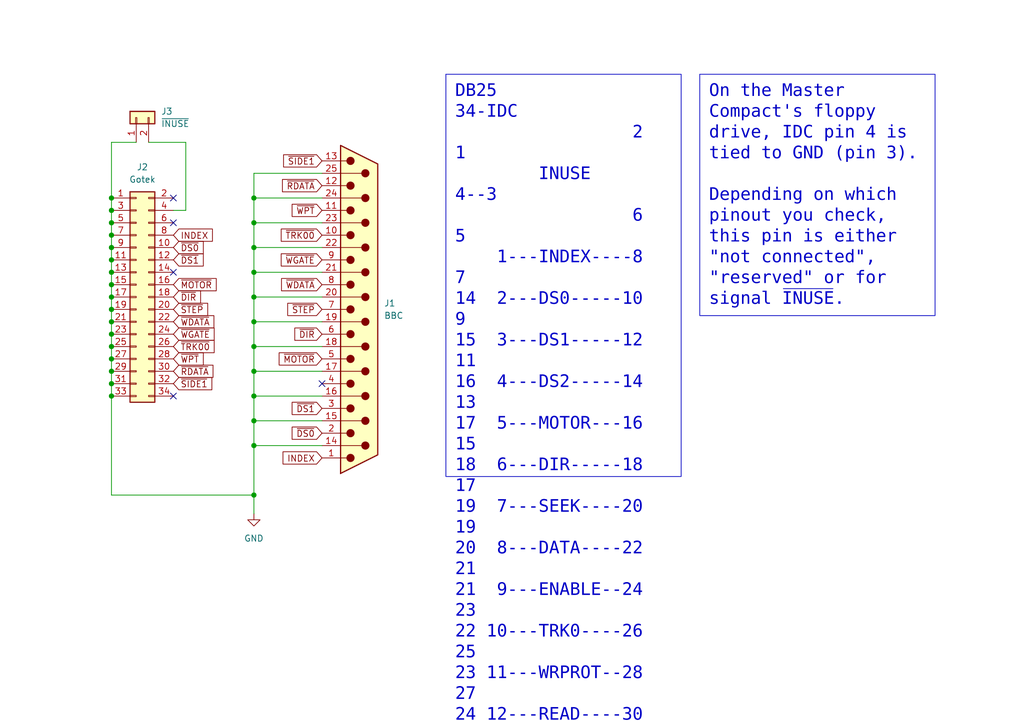
<source format=kicad_sch>
(kicad_sch (version 20231120) (generator "eeschema") (generator_version "8.0")
  (paper "A5")
  (title_block (title "BBC Master Compact Floppy Adaptor") (date "17-Nov-2024") (rev "1.1-0") (company "Brett Hallen") (comment 1 "WWW.YOUTUBE.COM/@BRFFF"))
  (lib_symbols
    (symbol "Connector:DB25_Plug" (pin_names (offset 1.016) hide)
      (property "Reference" "J" (at 0 34.29 0))
      (property "Value" "DB25_Plug" (at 0 -34.925 0))
      (symbol "DB25_Plug_0_1"
        (circle (center -1.778 -30.48) (radius 0.762) (fill (type outline)))
        (circle (center -1.778 -25.4) (radius 0.762) (fill (type outline)))
        (circle (center -1.778 -20.32) (radius 0.762) (fill (type outline)))
        (circle (center -1.778 -15.24) (radius 0.762) (fill (type outline)))
        (circle (center -1.778 -10.16) (radius 0.762) (fill (type outline)))
        (circle (center -1.778 -5.08) (radius 0.762) (fill (type outline)))
        (circle (center -1.778 0) (radius 0.762) (fill (type outline)))
        (circle (center -1.778 5.08) (radius 0.762) (fill (type outline)))
        (circle (center -1.778 10.16) (radius 0.762) (fill (type outline)))
        (circle (center -1.778 15.24) (radius 0.762) (fill (type outline)))
        (circle (center -1.778 20.32) (radius 0.762) (fill (type outline)))
        (circle (center -1.778 25.4) (radius 0.762) (fill (type outline)))
        (circle (center -1.778 30.48) (radius 0.762) (fill (type outline)))
        (polyline (pts (xy -3.81 -30.48) (xy -2.54 -30.48)))
        (polyline (pts (xy -3.81 -27.94) (xy 0.508 -27.94)))
        (polyline (pts (xy -3.81 -25.4) (xy -2.54 -25.4)))
        (polyline (pts (xy -3.81 -22.86) (xy 0.508 -22.86)))
        (polyline (pts (xy -3.81 -20.32) (xy -2.54 -20.32)))
        (polyline (pts (xy -3.81 -17.78) (xy 0.508 -17.78)))
        (polyline (pts (xy -3.81 -15.24) (xy -2.54 -15.24)))
        (polyline (pts (xy -3.81 -12.7) (xy 0.508 -12.7)))
        (polyline (pts (xy -3.81 -10.16) (xy -2.54 -10.16)))
        (polyline (pts (xy -3.81 -7.62) (xy 0.508 -7.62)))
        (polyline (pts (xy -3.81 -5.08) (xy -2.54 -5.08)))
        (polyline (pts (xy -3.81 -2.54) (xy 0.508 -2.54)))
        (polyline (pts (xy -3.81 0) (xy -2.54 0)))
        (polyline (pts (xy -3.81 2.54) (xy 0.508 2.54)))
        (polyline (pts (xy -3.81 5.08) (xy -2.54 5.08)))
        (polyline (pts (xy -3.81 7.62) (xy 0.508 7.62)))
        (polyline (pts (xy -3.81 10.16) (xy -2.54 10.16)))
        (polyline (pts (xy -3.81 12.7) (xy 0.508 12.7)))
        (polyline (pts (xy -3.81 15.24) (xy -2.54 15.24)))
        (polyline (pts (xy -3.81 17.78) (xy 0.508 17.78)))
        (polyline (pts (xy -3.81 20.32) (xy -2.54 20.32)))
        (polyline (pts (xy -3.81 22.86) (xy 0.508 22.86)))
        (polyline (pts (xy -3.81 25.4) (xy -2.54 25.4)))
        (polyline (pts (xy -3.81 27.94) (xy 0.508 27.94)))
        (polyline (pts (xy -3.81 30.48) (xy -2.54 30.48)))
        (polyline (pts (xy -3.81 -33.655) (xy 3.81 -29.845) (xy 3.81 29.845) (xy -3.81 33.655) (xy -3.81 -33.655)) (stroke (width 0.254)) (fill (type background)))
        (circle (center 1.27 -27.94) (radius 0.762) (fill (type outline)))
        (circle (center 1.27 -22.86) (radius 0.762) (fill (type outline)))
        (circle (center 1.27 -17.78) (radius 0.762) (fill (type outline)))
        (circle (center 1.27 -12.7) (radius 0.762) (fill (type outline)))
        (circle (center 1.27 -7.62) (radius 0.762) (fill (type outline)))
        (circle (center 1.27 -2.54) (radius 0.762) (fill (type outline)))
        (circle (center 1.27 2.54) (radius 0.762) (fill (type outline)))
        (circle (center 1.27 7.62) (radius 0.762) (fill (type outline)))
        (circle (center 1.27 12.7) (radius 0.762) (fill (type outline)))
        (circle (center 1.27 17.78) (radius 0.762) (fill (type outline)))
        (circle (center 1.27 22.86) (radius 0.762) (fill (type outline)))
        (circle (center 1.27 27.94) (radius 0.762) (fill (type outline)))
      )
      (symbol "DB25_Plug_1_1"
        (pin passive line (at -7.62 -30.48 0) (length 3.81) (name "1") (number "1"))
        (pin passive line (at -7.62 15.24 0) (length 3.81) (name "10") (number "10"))
        (pin passive line (at -7.62 20.32 0) (length 3.81) (name "11") (number "11"))
        (pin passive line (at -7.62 25.4 0) (length 3.81) (name "12") (number "12"))
        (pin passive line (at -7.62 30.48 0) (length 3.81) (name "13") (number "13"))
        (pin passive line (at -7.62 -27.94 0) (length 3.81) (name "P14") (number "14"))
        (pin passive line (at -7.62 -22.86 0) (length 3.81) (name "P15") (number "15"))
        (pin passive line (at -7.62 -17.78 0) (length 3.81) (name "P16") (number "16"))
        (pin passive line (at -7.62 -12.7 0) (length 3.81) (name "P17") (number "17"))
        (pin passive line (at -7.62 -7.62 0) (length 3.81) (name "P18") (number "18"))
        (pin passive line (at -7.62 -2.54 0) (length 3.81) (name "P19") (number "19"))
        (pin passive line (at -7.62 -25.4 0) (length 3.81) (name "2") (number "2"))
        (pin passive line (at -7.62 2.54 0) (length 3.81) (name "P20") (number "20"))
        (pin passive line (at -7.62 7.62 0) (length 3.81) (name "P21") (number "21"))
        (pin passive line (at -7.62 12.7 0) (length 3.81) (name "P22") (number "22"))
        (pin passive line (at -7.62 17.78 0) (length 3.81) (name "P23") (number "23"))
        (pin passive line (at -7.62 22.86 0) (length 3.81) (name "P24") (number "24"))
        (pin passive line (at -7.62 27.94 0) (length 3.81) (name "P25") (number "25"))
        (pin passive line (at -7.62 -20.32 0) (length 3.81) (name "3") (number "3"))
        (pin passive line (at -7.62 -15.24 0) (length 3.81) (name "4") (number "4"))
        (pin passive line (at -7.62 -10.16 0) (length 3.81) (name "5") (number "5"))
        (pin passive line (at -7.62 -5.08 0) (length 3.81) (name "6") (number "6"))
        (pin passive line (at -7.62 0 0) (length 3.81) (name "7") (number "7"))
        (pin passive line (at -7.62 5.08 0) (length 3.81) (name "8") (number "8"))
        (pin passive line (at -7.62 10.16 0) (length 3.81) (name "9") (number "9"))
      )
    )
    (symbol "Connector_Generic:Conn_01x02" (pin_names (offset 1.016) hide)
      (property "Reference" "J" (at 0 2.54 0))
      (property "Value" "Conn_01x02" (at 0 -5.08 0))
      (symbol "Conn_01x02_1_1"
        (rectangle (start -1.27 -2.413) (end 0 -2.667) (stroke (width 0.1524)))
        (rectangle (start -1.27 0.127) (end 0 -0.127) (stroke (width 0.1524)))
        (rectangle (start -1.27 1.27) (end 1.27 -3.81) (stroke (width 0.254)) (fill (type background)))
        (pin passive line (at -5.08 0 0) (length 3.81) (name "Pin_1") (number "1"))
        (pin passive line (at -5.08 -2.54 0) (length 3.81) (name "Pin_2") (number "2"))
      )
    )
    (symbol "Connector_Generic:Conn_02x17_Odd_Even" (pin_names (offset 1.016) hide)
      (property "Reference" "J" (at 1.27 22.86 0))
      (property "Value" "Conn_02x17_Odd_Even" (at 1.27 -22.86 0))
      (symbol "Conn_02x17_Odd_Even_1_1"
        (rectangle (start -1.27 -20.193) (end 0 -20.447) (stroke (width 0.1524)))
        (rectangle (start -1.27 -17.653) (end 0 -17.907) (stroke (width 0.1524)))
        (rectangle (start -1.27 -15.113) (end 0 -15.367) (stroke (width 0.1524)))
        (rectangle (start -1.27 -12.573) (end 0 -12.827) (stroke (width 0.1524)))
        (rectangle (start -1.27 -10.033) (end 0 -10.287) (stroke (width 0.1524)))
        (rectangle (start -1.27 -7.493) (end 0 -7.747) (stroke (width 0.1524)))
        (rectangle (start -1.27 -4.953) (end 0 -5.207) (stroke (width 0.1524)))
        (rectangle (start -1.27 -2.413) (end 0 -2.667) (stroke (width 0.1524)))
        (rectangle (start -1.27 0.127) (end 0 -0.127) (stroke (width 0.1524)))
        (rectangle (start -1.27 2.667) (end 0 2.413) (stroke (width 0.1524)))
        (rectangle (start -1.27 5.207) (end 0 4.953) (stroke (width 0.1524)))
        (rectangle (start -1.27 7.747) (end 0 7.493) (stroke (width 0.1524)))
        (rectangle (start -1.27 10.287) (end 0 10.033) (stroke (width 0.1524)))
        (rectangle (start -1.27 12.827) (end 0 12.573) (stroke (width 0.1524)))
        (rectangle (start -1.27 15.367) (end 0 15.113) (stroke (width 0.1524)))
        (rectangle (start -1.27 17.907) (end 0 17.653) (stroke (width 0.1524)))
        (rectangle (start -1.27 20.447) (end 0 20.193) (stroke (width 0.1524)))
        (rectangle (start -1.27 21.59) (end 3.81 -21.59) (stroke (width 0.254)) (fill (type background)))
        (rectangle (start 3.81 -20.193) (end 2.54 -20.447) (stroke (width 0.1524)))
        (rectangle (start 3.81 -17.653) (end 2.54 -17.907) (stroke (width 0.1524)))
        (rectangle (start 3.81 -15.113) (end 2.54 -15.367) (stroke (width 0.1524)))
        (rectangle (start 3.81 -12.573) (end 2.54 -12.827) (stroke (width 0.1524)))
        (rectangle (start 3.81 -10.033) (end 2.54 -10.287) (stroke (width 0.1524)))
        (rectangle (start 3.81 -7.493) (end 2.54 -7.747) (stroke (width 0.1524)))
        (rectangle (start 3.81 -4.953) (end 2.54 -5.207) (stroke (width 0.1524)))
        (rectangle (start 3.81 -2.413) (end 2.54 -2.667) (stroke (width 0.1524)))
        (rectangle (start 3.81 0.127) (end 2.54 -0.127) (stroke (width 0.1524)))
        (rectangle (start 3.81 2.667) (end 2.54 2.413) (stroke (width 0.1524)))
        (rectangle (start 3.81 5.207) (end 2.54 4.953) (stroke (width 0.1524)))
        (rectangle (start 3.81 7.747) (end 2.54 7.493) (stroke (width 0.1524)))
        (rectangle (start 3.81 10.287) (end 2.54 10.033) (stroke (width 0.1524)))
        (rectangle (start 3.81 12.827) (end 2.54 12.573) (stroke (width 0.1524)))
        (rectangle (start 3.81 15.367) (end 2.54 15.113) (stroke (width 0.1524)))
        (rectangle (start 3.81 17.907) (end 2.54 17.653) (stroke (width 0.1524)))
        (rectangle (start 3.81 20.447) (end 2.54 20.193) (stroke (width 0.1524)))
        (pin passive line (at -5.08 20.32 0) (length 3.81) (name "Pin_1") (number "1"))
        (pin passive line (at 7.62 10.16 180) (length 3.81) (name "Pin_10") (number "10"))
        (pin passive line (at -5.08 7.62 0) (length 3.81) (name "Pin_11") (number "11"))
        (pin passive line (at 7.62 7.62 180) (length 3.81) (name "Pin_12") (number "12"))
        (pin passive line (at -5.08 5.08 0) (length 3.81) (name "Pin_13") (number "13"))
        (pin passive line (at 7.62 5.08 180) (length 3.81) (name "Pin_14") (number "14"))
        (pin passive line (at -5.08 2.54 0) (length 3.81) (name "Pin_15") (number "15"))
        (pin passive line (at 7.62 2.54 180) (length 3.81) (name "Pin_16") (number "16"))
        (pin passive line (at -5.08 0 0) (length 3.81) (name "Pin_17") (number "17"))
        (pin passive line (at 7.62 0 180) (length 3.81) (name "Pin_18") (number "18"))
        (pin passive line (at -5.08 -2.54 0) (length 3.81) (name "Pin_19") (number "19"))
        (pin passive line (at 7.62 20.32 180) (length 3.81) (name "Pin_2") (number "2"))
        (pin passive line (at 7.62 -2.54 180) (length 3.81) (name "Pin_20") (number "20"))
        (pin passive line (at -5.08 -5.08 0) (length 3.81) (name "Pin_21") (number "21"))
        (pin passive line (at 7.62 -5.08 180) (length 3.81) (name "Pin_22") (number "22"))
        (pin passive line (at -5.08 -7.62 0) (length 3.81) (name "Pin_23") (number "23"))
        (pin passive line (at 7.62 -7.62 180) (length 3.81) (name "Pin_24") (number "24"))
        (pin passive line (at -5.08 -10.16 0) (length 3.81) (name "Pin_25") (number "25"))
        (pin passive line (at 7.62 -10.16 180) (length 3.81) (name "Pin_26") (number "26"))
        (pin passive line (at -5.08 -12.7 0) (length 3.81) (name "Pin_27") (number "27"))
        (pin passive line (at 7.62 -12.7 180) (length 3.81) (name "Pin_28") (number "28"))
        (pin passive line (at -5.08 -15.24 0) (length 3.81) (name "Pin_29") (number "29"))
        (pin passive line (at -5.08 17.78 0) (length 3.81) (name "Pin_3") (number "3"))
        (pin passive line (at 7.62 -15.24 180) (length 3.81) (name "Pin_30") (number "30"))
        (pin passive line (at -5.08 -17.78 0) (length 3.81) (name "Pin_31") (number "31"))
        (pin passive line (at 7.62 -17.78 180) (length 3.81) (name "Pin_32") (number "32"))
        (pin passive line (at -5.08 -20.32 0) (length 3.81) (name "Pin_33") (number "33"))
        (pin passive line (at 7.62 -20.32 180) (length 3.81) (name "Pin_34") (number "34"))
        (pin passive line (at 7.62 17.78 180) (length 3.81) (name "Pin_4") (number "4"))
        (pin passive line (at -5.08 15.24 0) (length 3.81) (name "Pin_5") (number "5"))
        (pin passive line (at 7.62 15.24 180) (length 3.81) (name "Pin_6") (number "6"))
        (pin passive line (at -5.08 12.7 0) (length 3.81) (name "Pin_7") (number "7"))
        (pin passive line (at 7.62 12.7 180) (length 3.81) (name "Pin_8") (number "8"))
        (pin passive line (at -5.08 10.16 0) (length 3.81) (name "Pin_9") (number "9"))
      )
    )
    (symbol "power:GND" (power) (pin_names (offset 0))
      (property "Value" "GND" (at 0 -3.81 0))
      (symbol "GND_0_1"
        (polyline (pts (xy 0 0) (xy 0 -1.27) (xy 1.27 -1.27) (xy 0 -2.54) (xy -1.27 -1.27) (xy 0 -1.27)))
      )
      (symbol "GND_1_1"
        (pin power_in line (at 0 0 270) (length 0) hide (name "GND") (number "1"))
      )
    )
  )
  (junction (at 52.07 91.44))
  (junction (at 22.86 58.42))
  (junction (at 52.07 55.88))
  (junction (at 22.86 45.72))
  (junction (at 52.07 81.28))
  (junction (at 52.07 66.04))
  (junction (at 52.07 45.72))
  (junction (at 52.07 40.64))
  (junction (at 22.86 63.5))
  (junction (at 22.86 73.66))
  (junction (at 22.86 71.12))
  (junction (at 22.86 60.96))
  (junction (at 22.86 66.04))
  (junction (at 52.07 60.96))
  (junction (at 22.86 81.28))
  (junction (at 52.07 86.36))
  (junction (at 22.86 55.88))
  (junction (at 22.86 53.34))
  (junction (at 22.86 78.74))
  (junction (at 22.86 76.2))
  (junction (at 22.86 50.8))
  (junction (at 22.86 43.18))
  (junction (at 52.07 71.12))
  (junction (at 52.07 76.2))
  (junction (at 52.07 101.6))
  (junction (at 22.86 68.58))
  (junction (at 52.07 50.8))
  (junction (at 22.86 40.64))
  (junction (at 22.86 48.26))
  (no_connect (at 35.56 40.64))
  (no_connect (at 35.56 81.28))
  (no_connect (at 35.56 45.72))
  (no_connect (at 35.56 55.88))
  (no_connect (at 66.04 78.74))
  (wire (pts (xy 22.86 76.2) (xy 22.86 78.74)))
  (wire (pts (xy 22.86 60.96) (xy 22.86 63.5)))
  (wire (pts (xy 52.07 45.72) (xy 52.07 50.8)))
  (wire (pts (xy 52.07 71.12) (xy 66.04 71.12)))
  (wire (pts (xy 52.07 91.44) (xy 52.07 101.6)))
  (wire (pts (xy 22.86 73.66) (xy 22.86 76.2)))
  (wire (pts (xy 22.86 48.26) (xy 22.86 50.8)))
  (wire (pts (xy 66.04 35.56) (xy 52.07 35.56)))
  (wire (pts (xy 52.07 86.36) (xy 52.07 91.44)))
  (wire (pts (xy 52.07 50.8) (xy 52.07 55.88)))
  (wire (pts (xy 22.86 66.04) (xy 22.86 68.58)))
  (wire (pts (xy 52.07 91.44) (xy 66.04 91.44)))
  (wire (pts (xy 52.07 60.96) (xy 52.07 66.04)))
  (wire (pts (xy 52.07 81.28) (xy 52.07 86.36)))
  (wire (pts (xy 52.07 40.64) (xy 52.07 45.72)))
  (wire (pts (xy 52.07 55.88) (xy 66.04 55.88)))
  (wire (pts (xy 22.86 53.34) (xy 22.86 55.88)))
  (wire (pts (xy 52.07 76.2) (xy 66.04 76.2)))
  (wire (pts (xy 52.07 66.04) (xy 66.04 66.04)))
  (wire (pts (xy 27.94 29.21) (xy 22.86 29.21)))
  (wire (pts (xy 38.1 29.21) (xy 30.48 29.21)))
  (wire (pts (xy 52.07 66.04) (xy 52.07 71.12)))
  (wire (pts (xy 52.07 35.56) (xy 52.07 40.64)))
  (wire (pts (xy 22.86 40.64) (xy 22.86 43.18)))
  (wire (pts (xy 52.07 71.12) (xy 52.07 76.2)))
  (wire (pts (xy 52.07 40.64) (xy 66.04 40.64)))
  (wire (pts (xy 52.07 50.8) (xy 66.04 50.8)))
  (wire (pts (xy 52.07 55.88) (xy 52.07 60.96)))
  (wire (pts (xy 52.07 81.28) (xy 66.04 81.28)))
  (wire (pts (xy 22.86 43.18) (xy 22.86 45.72)))
  (wire (pts (xy 22.86 101.6) (xy 52.07 101.6)))
  (wire (pts (xy 52.07 86.36) (xy 66.04 86.36)))
  (wire (pts (xy 22.86 45.72) (xy 22.86 48.26)))
  (wire (pts (xy 22.86 55.88) (xy 22.86 58.42)))
  (wire (pts (xy 52.07 76.2) (xy 52.07 81.28)))
  (wire (pts (xy 22.86 63.5) (xy 22.86 66.04)))
  (wire (pts (xy 22.86 81.28) (xy 22.86 101.6)))
  (wire (pts (xy 22.86 68.58) (xy 22.86 71.12)))
  (wire (pts (xy 52.07 101.6) (xy 52.07 105.41)))
  (wire (pts (xy 35.56 43.18) (xy 38.1 43.18)))
  (wire (pts (xy 22.86 71.12) (xy 22.86 73.66)))
  (wire (pts (xy 38.1 43.18) (xy 38.1 29.21)))
  (wire (pts (xy 52.07 45.72) (xy 66.04 45.72)))
  (wire (pts (xy 22.86 50.8) (xy 22.86 53.34)))
  (wire (pts (xy 22.86 29.21) (xy 22.86 40.64)))
  (wire (pts (xy 52.07 60.96) (xy 66.04 60.96)))
  (wire (pts (xy 22.86 58.42) (xy 22.86 60.96)))
  (wire (pts (xy 22.86 78.74) (xy 22.86 81.28)))
  (text_box "On the Master Compact's floppy drive, IDC pin 4 is tied to GND (pin 3). \n\nDepending on which pinout you check, this pin is either \"not connected\", \"reserved\" or for signal ~{INUSE}." (at 143.51 15.24 0) (size 48.26 49.53) (effects (font (size 2.54 2.54)) (justify left top)))
  (text_box "DB25            34-IDC\n                 2  1\n        INUSE    4--3\n                 6  5\n    1---INDEX----8  7\n14  2---DS0-----10  9\n15  3---DS1-----12 11\n16  4---DS2-----14 13\n17  5---MOTOR---16 15\n18  6---DIR-----18 17\n19  7---SEEK----20 19\n20  8---DATA----22 21\n21  9---ENABLE--24 23\n22 10---TRK0----26 25\n23 11---WRPROT--28 27\n24 12---READ----30 29\n25 13---SIDE----32 31\n                34 33" (at 91.44 15.24 0) (size 48.26 82.55) (effects (font (size 2.54 2.54)) (justify left top)))
  (global_label "~{MOTOR}" (shape input) (at 66.04 73.66 180) (property "Intersheetrefs" "${INTERSHEET_REFS}" (effects (hide yes))))
  (global_label "~{WDATA}" (shape input) (at 66.04 58.42 180) (property "Intersheetrefs" "${INTERSHEET_REFS}" (effects (hide yes))))
  (global_label "~{TRK00}" (shape input) (at 35.56 71.12 0) (property "Intersheetrefs" "${INTERSHEET_REFS}" (effects (hide yes))))
  (global_label "~{SIDE1}" (shape input) (at 66.04 33.02 180) (property "Intersheetrefs" "${INTERSHEET_REFS}" (effects (hide yes))))
  (global_label "~{RDATA}" (shape input) (at 35.56 76.2 0) (property "Intersheetrefs" "${INTERSHEET_REFS}" (effects (hide yes))))
  (global_label "INDEX" (shape input) (at 35.56 48.26 0) (property "Intersheetrefs" "${INTERSHEET_REFS}" (effects (hide yes))))
  (global_label "~{STEP}" (shape input) (at 35.56 63.5 0) (property "Intersheetrefs" "${INTERSHEET_REFS}" (effects (hide yes))))
  (global_label "~{WDATA}" (shape input) (at 35.56 66.04 0) (property "Intersheetrefs" "${INTERSHEET_REFS}" (effects (hide yes))))
  (global_label "~{DIR}" (shape input) (at 35.56 60.96 0) (property "Intersheetrefs" "${INTERSHEET_REFS}" (effects (hide yes))))
  (global_label "~{WGATE}" (shape input) (at 66.04 53.34 180) (property "Intersheetrefs" "${INTERSHEET_REFS}" (effects (hide yes))))
  (global_label "~{SIDE1}" (shape input) (at 35.56 78.74 0) (property "Intersheetrefs" "${INTERSHEET_REFS}" (effects (hide yes))))
  (global_label "~{DS1}" (shape input) (at 35.56 53.34 0) (property "Intersheetrefs" "${INTERSHEET_REFS}" (effects (hide yes))))
  (global_label "~{DS0}" (shape input) (at 35.56 50.8 0) (property "Intersheetrefs" "${INTERSHEET_REFS}" (effects (hide yes))))
  (global_label "INDEX" (shape input) (at 66.04 93.98 180) (property "Intersheetrefs" "${INTERSHEET_REFS}" (effects (hide yes))))
  (global_label "~{WGATE}" (shape input) (at 35.56 68.58 0) (property "Intersheetrefs" "${INTERSHEET_REFS}" (effects (hide yes))))
  (global_label "~{RDATA}" (shape input) (at 66.04 38.1 180) (property "Intersheetrefs" "${INTERSHEET_REFS}" (effects (hide yes))))
  (global_label "~{MOTOR}" (shape input) (at 35.56 58.42 0) (property "Intersheetrefs" "${INTERSHEET_REFS}" (effects (hide yes))))
  (global_label "~{DS0}" (shape input) (at 66.04 88.9 180) (property "Intersheetrefs" "${INTERSHEET_REFS}" (effects (hide yes))))
  (global_label "~{STEP}" (shape input) (at 66.04 63.5 180) (property "Intersheetrefs" "${INTERSHEET_REFS}" (effects (hide yes))))
  (global_label "~{DIR}" (shape input) (at 66.04 68.58 180) (property "Intersheetrefs" "${INTERSHEET_REFS}" (effects (hide yes))))
  (global_label "~{WPT}" (shape input) (at 66.04 43.18 180) (property "Intersheetrefs" "${INTERSHEET_REFS}" (effects (hide yes))))
  (global_label "~{WPT}" (shape input) (at 35.56 73.66 0) (property "Intersheetrefs" "${INTERSHEET_REFS}" (effects (hide yes))))
  (global_label "~{TRK00}" (shape input) (at 66.04 48.26 180) (property "Intersheetrefs" "${INTERSHEET_REFS}" (effects (hide yes))))
  (global_label "~{DS1}" (shape input) (at 66.04 83.82 180) (property "Intersheetrefs" "${INTERSHEET_REFS}" (effects (hide yes))))
  (symbol (lib_id "Connector:DB25_Plug") (at 73.66 63.5 0) (unit 1)
    (property "Reference" "J1" (at 78.74 62.23 0) (effects (justify left)))
    (property "Value" "BBC" (at 78.74 64.77 0) (effects (justify left)))
    (property "Footprint" "Connector_Dsub:DSUB-25_Male_EdgeMount_P2.77mm" (effects (hide yes)))
    (property "Datasheet" " ~" (effects (hide yes)))
  )
  (symbol (lib_id "Connector_Generic:Conn_01x02") (at 27.94 24.13 90) (unit 1)
    (property "Reference" "J3" (at 33.02 22.8599 90) (effects (justify right)))
    (property "Value" "~{INUSE}" (at 33.02 25.3999 90) (effects (justify right)))
    (property "Footprint" "Connector_PinHeader_2.54mm:PinHeader_1x02_P2.54mm_Vertical" (effects (hide yes)))
    (property "Description" "Generic connector, single row, 01x02, script generated (kicad-library-utils/schlib/autogen/connector/)" (effects (hide yes)))
  )
  (symbol (lib_id "power:GND") (at 52.07 105.41 0) (unit 1)
    (property "Reference" "#PWR01" (effects (hide yes)))
    (property "Value" "GND" (at 52.07 110.49 0))
  )
  (symbol (lib_id "Connector_Generic:Conn_02x17_Odd_Even") (at 27.94 60.96 0) (unit 1)
    (property "Reference" "J2" (at 29.21 34.29 0))
    (property "Value" "Gotek" (at 29.21 36.83 0))
    (property "Footprint" "Connector_PinHeader_2.54mm:PinHeader_2x17_P2.54mm_Vertical" (effects (hide yes)))
  )
)
</source>
